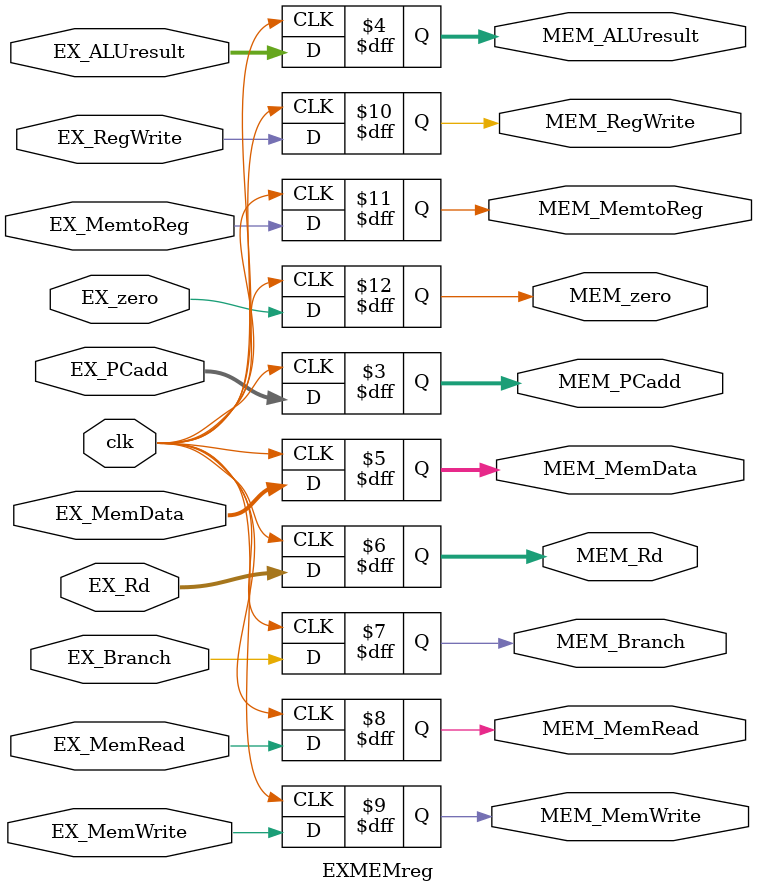
<source format=v>
module EXMEMreg(EX_PCadd, EX_Branch, EX_MemRead, EX_MemWrite, EX_RegWrite,EX_MemtoReg, EX_Rd, EX_ALUresult, EX_MemData, EX_zero, clk,
				MEM_PCadd, MEM_zero, MEM_Branch, MEM_MemRead, MEM_MemWrite, MEM_RegWrite,MEM_MemtoReg, MEM_Rd, MEM_ALUresult, MEM_MemData);

	input [63:0] EX_PCadd, EX_ALUresult, EX_MemData;
	input [4:0] EX_Rd;
	input EX_Branch, EX_MemRead, EX_MemWrite, EX_RegWrite, EX_MemtoReg, EX_zero, clk;

	output [63:0] MEM_PCadd, MEM_ALUresult, MEM_MemData;
	output [4:0] MEM_Rd;
	output MEM_Branch, MEM_MemRead, MEM_MemWrite, MEM_RegWrite, MEM_MemtoReg, MEM_zero;
	
	
	reg [63:0] MEM_PCadd, MEM_ALUresult, MEM_MemData;
	reg [4:0] MEM_Rd;
	reg MEM_Branch, MEM_MemRead, MEM_MemWrite, MEM_RegWrite, MEM_MemtoReg, MEM_zero;



	always @(posedge clk)
		begin
			MEM_ALUresult<=EX_ALUresult;
			MEM_MemData<=EX_MemData;
			MEM_Rd<=EX_Rd;
			MEM_Branch<=EX_Branch;
			MEM_MemRead<=EX_MemRead;
			MEM_MemWrite<=EX_MemWrite;
			MEM_RegWrite<=EX_RegWrite;
			MEM_MemtoReg<=EX_MemtoReg;
			MEM_zero<=EX_zero;
			MEM_PCadd<=EX_PCadd;
		end
		
	initial
		begin
			MEM_Branch<=0;
			MEM_MemRead<=0;
			MEM_MemWrite<=0;
			MEM_RegWrite<=0;
			MEM_MemtoReg<=0;
			MEM_zero<=0;
			MEM_ALUresult<=0;
			MEM_MemData<=0;
			MEM_Rd<=0;
			MEM_PCadd<=0;
		end

endmodule


</source>
